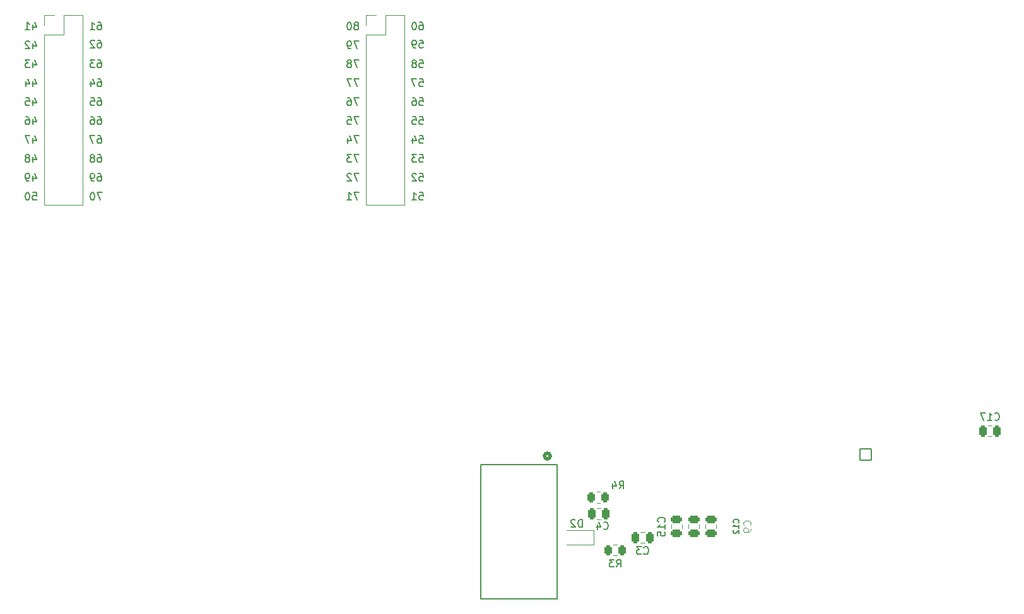
<source format=gbo>
%TF.GenerationSoftware,KiCad,Pcbnew,8.0.5*%
%TF.CreationDate,2024-10-11T09:15:34-05:00*%
%TF.ProjectId,Lab2_starter,4c616232-5f73-4746-9172-7465722e6b69,1*%
%TF.SameCoordinates,Original*%
%TF.FileFunction,Legend,Bot*%
%TF.FilePolarity,Positive*%
%FSLAX46Y46*%
G04 Gerber Fmt 4.6, Leading zero omitted, Abs format (unit mm)*
G04 Created by KiCad (PCBNEW 8.0.5) date 2024-10-11 09:15:34*
%MOMM*%
%LPD*%
G01*
G04 APERTURE LIST*
G04 Aperture macros list*
%AMRoundRect*
0 Rectangle with rounded corners*
0 $1 Rounding radius*
0 $2 $3 $4 $5 $6 $7 $8 $9 X,Y pos of 4 corners*
0 Add a 4 corners polygon primitive as box body*
4,1,4,$2,$3,$4,$5,$6,$7,$8,$9,$2,$3,0*
0 Add four circle primitives for the rounded corners*
1,1,$1+$1,$2,$3*
1,1,$1+$1,$4,$5*
1,1,$1+$1,$6,$7*
1,1,$1+$1,$8,$9*
0 Add four rect primitives between the rounded corners*
20,1,$1+$1,$2,$3,$4,$5,0*
20,1,$1+$1,$4,$5,$6,$7,0*
20,1,$1+$1,$6,$7,$8,$9,0*
20,1,$1+$1,$8,$9,$2,$3,0*%
G04 Aperture macros list end*
%ADD10C,0.150000*%
%ADD11C,0.125000*%
%ADD12C,0.120000*%
%ADD13C,0.152400*%
%ADD14C,0.508000*%
%ADD15C,2.000000*%
%ADD16C,2.300000*%
%ADD17C,1.200000*%
%ADD18C,3.600000*%
%ADD19C,2.800000*%
%ADD20C,2.600000*%
%ADD21O,2.600000X4.200000*%
%ADD22R,1.625600X1.625600*%
%ADD23C,1.625600*%
%ADD24C,3.200000*%
%ADD25C,2.250000*%
%ADD26R,1.828800X1.828800*%
%ADD27C,1.828800*%
%ADD28R,1.905000X2.000000*%
%ADD29O,1.905000X2.000000*%
%ADD30R,2.250000X2.250000*%
%ADD31RoundRect,0.102000X-0.754000X-0.754000X0.754000X-0.754000X0.754000X0.754000X-0.754000X0.754000X0*%
%ADD32C,1.712000*%
%ADD33R,1.700000X1.700000*%
%ADD34O,1.700000X1.700000*%
%ADD35C,1.371600*%
%ADD36R,1.371600X1.371600*%
%ADD37R,1.300000X1.300000*%
%ADD38C,1.300000*%
%ADD39RoundRect,0.250000X0.475000X-0.250000X0.475000X0.250000X-0.475000X0.250000X-0.475000X-0.250000X0*%
%ADD40C,1.507998*%
%ADD41RoundRect,0.250000X-0.262500X-0.450000X0.262500X-0.450000X0.262500X0.450000X-0.262500X0.450000X0*%
%ADD42R,1.200000X1.200000*%
%ADD43RoundRect,0.250000X-0.250000X-0.475000X0.250000X-0.475000X0.250000X0.475000X-0.250000X0.475000X0*%
%ADD44RoundRect,0.250000X0.250000X0.475000X-0.250000X0.475000X-0.250000X-0.475000X0.250000X-0.475000X0*%
G04 APERTURE END LIST*
D10*
X75481160Y-54081819D02*
X75957350Y-54081819D01*
X75957350Y-54081819D02*
X76004969Y-54558009D01*
X76004969Y-54558009D02*
X75957350Y-54510390D01*
X75957350Y-54510390D02*
X75862112Y-54462771D01*
X75862112Y-54462771D02*
X75624017Y-54462771D01*
X75624017Y-54462771D02*
X75528779Y-54510390D01*
X75528779Y-54510390D02*
X75481160Y-54558009D01*
X75481160Y-54558009D02*
X75433541Y-54653247D01*
X75433541Y-54653247D02*
X75433541Y-54891342D01*
X75433541Y-54891342D02*
X75481160Y-54986580D01*
X75481160Y-54986580D02*
X75528779Y-55034200D01*
X75528779Y-55034200D02*
X75624017Y-55081819D01*
X75624017Y-55081819D02*
X75862112Y-55081819D01*
X75862112Y-55081819D02*
X75957350Y-55034200D01*
X75957350Y-55034200D02*
X76004969Y-54986580D01*
X74862112Y-54510390D02*
X74957350Y-54462771D01*
X74957350Y-54462771D02*
X75004969Y-54415152D01*
X75004969Y-54415152D02*
X75052588Y-54319914D01*
X75052588Y-54319914D02*
X75052588Y-54272295D01*
X75052588Y-54272295D02*
X75004969Y-54177057D01*
X75004969Y-54177057D02*
X74957350Y-54129438D01*
X74957350Y-54129438D02*
X74862112Y-54081819D01*
X74862112Y-54081819D02*
X74671636Y-54081819D01*
X74671636Y-54081819D02*
X74576398Y-54129438D01*
X74576398Y-54129438D02*
X74528779Y-54177057D01*
X74528779Y-54177057D02*
X74481160Y-54272295D01*
X74481160Y-54272295D02*
X74481160Y-54319914D01*
X74481160Y-54319914D02*
X74528779Y-54415152D01*
X74528779Y-54415152D02*
X74576398Y-54462771D01*
X74576398Y-54462771D02*
X74671636Y-54510390D01*
X74671636Y-54510390D02*
X74862112Y-54510390D01*
X74862112Y-54510390D02*
X74957350Y-54558009D01*
X74957350Y-54558009D02*
X75004969Y-54605628D01*
X75004969Y-54605628D02*
X75052588Y-54700866D01*
X75052588Y-54700866D02*
X75052588Y-54891342D01*
X75052588Y-54891342D02*
X75004969Y-54986580D01*
X75004969Y-54986580D02*
X74957350Y-55034200D01*
X74957350Y-55034200D02*
X74862112Y-55081819D01*
X74862112Y-55081819D02*
X74671636Y-55081819D01*
X74671636Y-55081819D02*
X74576398Y-55034200D01*
X74576398Y-55034200D02*
X74528779Y-54986580D01*
X74528779Y-54986580D02*
X74481160Y-54891342D01*
X74481160Y-54891342D02*
X74481160Y-54700866D01*
X74481160Y-54700866D02*
X74528779Y-54605628D01*
X74528779Y-54605628D02*
X74576398Y-54558009D01*
X74576398Y-54558009D02*
X74671636Y-54510390D01*
X32348779Y-59161819D02*
X32539255Y-59161819D01*
X32539255Y-59161819D02*
X32634493Y-59209438D01*
X32634493Y-59209438D02*
X32682112Y-59257057D01*
X32682112Y-59257057D02*
X32777350Y-59399914D01*
X32777350Y-59399914D02*
X32824969Y-59590390D01*
X32824969Y-59590390D02*
X32824969Y-59971342D01*
X32824969Y-59971342D02*
X32777350Y-60066580D01*
X32777350Y-60066580D02*
X32729731Y-60114200D01*
X32729731Y-60114200D02*
X32634493Y-60161819D01*
X32634493Y-60161819D02*
X32444017Y-60161819D01*
X32444017Y-60161819D02*
X32348779Y-60114200D01*
X32348779Y-60114200D02*
X32301160Y-60066580D01*
X32301160Y-60066580D02*
X32253541Y-59971342D01*
X32253541Y-59971342D02*
X32253541Y-59733247D01*
X32253541Y-59733247D02*
X32301160Y-59638009D01*
X32301160Y-59638009D02*
X32348779Y-59590390D01*
X32348779Y-59590390D02*
X32444017Y-59542771D01*
X32444017Y-59542771D02*
X32634493Y-59542771D01*
X32634493Y-59542771D02*
X32729731Y-59590390D01*
X32729731Y-59590390D02*
X32777350Y-59638009D01*
X32777350Y-59638009D02*
X32824969Y-59733247D01*
X31348779Y-59161819D02*
X31824969Y-59161819D01*
X31824969Y-59161819D02*
X31872588Y-59638009D01*
X31872588Y-59638009D02*
X31824969Y-59590390D01*
X31824969Y-59590390D02*
X31729731Y-59542771D01*
X31729731Y-59542771D02*
X31491636Y-59542771D01*
X31491636Y-59542771D02*
X31396398Y-59590390D01*
X31396398Y-59590390D02*
X31348779Y-59638009D01*
X31348779Y-59638009D02*
X31301160Y-59733247D01*
X31301160Y-59733247D02*
X31301160Y-59971342D01*
X31301160Y-59971342D02*
X31348779Y-60066580D01*
X31348779Y-60066580D02*
X31396398Y-60114200D01*
X31396398Y-60114200D02*
X31491636Y-60161819D01*
X31491636Y-60161819D02*
X31729731Y-60161819D01*
X31729731Y-60161819D02*
X31824969Y-60114200D01*
X31824969Y-60114200D02*
X31872588Y-60066580D01*
X75481160Y-69321819D02*
X75957350Y-69321819D01*
X75957350Y-69321819D02*
X76004969Y-69798009D01*
X76004969Y-69798009D02*
X75957350Y-69750390D01*
X75957350Y-69750390D02*
X75862112Y-69702771D01*
X75862112Y-69702771D02*
X75624017Y-69702771D01*
X75624017Y-69702771D02*
X75528779Y-69750390D01*
X75528779Y-69750390D02*
X75481160Y-69798009D01*
X75481160Y-69798009D02*
X75433541Y-69893247D01*
X75433541Y-69893247D02*
X75433541Y-70131342D01*
X75433541Y-70131342D02*
X75481160Y-70226580D01*
X75481160Y-70226580D02*
X75528779Y-70274200D01*
X75528779Y-70274200D02*
X75624017Y-70321819D01*
X75624017Y-70321819D02*
X75862112Y-70321819D01*
X75862112Y-70321819D02*
X75957350Y-70274200D01*
X75957350Y-70274200D02*
X76004969Y-70226580D01*
X75052588Y-69417057D02*
X75004969Y-69369438D01*
X75004969Y-69369438D02*
X74909731Y-69321819D01*
X74909731Y-69321819D02*
X74671636Y-69321819D01*
X74671636Y-69321819D02*
X74576398Y-69369438D01*
X74576398Y-69369438D02*
X74528779Y-69417057D01*
X74528779Y-69417057D02*
X74481160Y-69512295D01*
X74481160Y-69512295D02*
X74481160Y-69607533D01*
X74481160Y-69607533D02*
X74528779Y-69750390D01*
X74528779Y-69750390D02*
X75100207Y-70321819D01*
X75100207Y-70321819D02*
X74481160Y-70321819D01*
X67346458Y-61701819D02*
X66679792Y-61701819D01*
X66679792Y-61701819D02*
X67108363Y-62701819D01*
X65822649Y-61701819D02*
X66298839Y-61701819D01*
X66298839Y-61701819D02*
X66346458Y-62178009D01*
X66346458Y-62178009D02*
X66298839Y-62130390D01*
X66298839Y-62130390D02*
X66203601Y-62082771D01*
X66203601Y-62082771D02*
X65965506Y-62082771D01*
X65965506Y-62082771D02*
X65870268Y-62130390D01*
X65870268Y-62130390D02*
X65822649Y-62178009D01*
X65822649Y-62178009D02*
X65775030Y-62273247D01*
X65775030Y-62273247D02*
X65775030Y-62511342D01*
X65775030Y-62511342D02*
X65822649Y-62606580D01*
X65822649Y-62606580D02*
X65870268Y-62654200D01*
X65870268Y-62654200D02*
X65965506Y-62701819D01*
X65965506Y-62701819D02*
X66203601Y-62701819D01*
X66203601Y-62701819D02*
X66298839Y-62654200D01*
X66298839Y-62654200D02*
X66346458Y-62606580D01*
X32348779Y-49001819D02*
X32539255Y-49001819D01*
X32539255Y-49001819D02*
X32634493Y-49049438D01*
X32634493Y-49049438D02*
X32682112Y-49097057D01*
X32682112Y-49097057D02*
X32777350Y-49239914D01*
X32777350Y-49239914D02*
X32824969Y-49430390D01*
X32824969Y-49430390D02*
X32824969Y-49811342D01*
X32824969Y-49811342D02*
X32777350Y-49906580D01*
X32777350Y-49906580D02*
X32729731Y-49954200D01*
X32729731Y-49954200D02*
X32634493Y-50001819D01*
X32634493Y-50001819D02*
X32444017Y-50001819D01*
X32444017Y-50001819D02*
X32348779Y-49954200D01*
X32348779Y-49954200D02*
X32301160Y-49906580D01*
X32301160Y-49906580D02*
X32253541Y-49811342D01*
X32253541Y-49811342D02*
X32253541Y-49573247D01*
X32253541Y-49573247D02*
X32301160Y-49478009D01*
X32301160Y-49478009D02*
X32348779Y-49430390D01*
X32348779Y-49430390D02*
X32444017Y-49382771D01*
X32444017Y-49382771D02*
X32634493Y-49382771D01*
X32634493Y-49382771D02*
X32729731Y-49430390D01*
X32729731Y-49430390D02*
X32777350Y-49478009D01*
X32777350Y-49478009D02*
X32824969Y-49573247D01*
X31301160Y-50001819D02*
X31872588Y-50001819D01*
X31586874Y-50001819D02*
X31586874Y-49001819D01*
X31586874Y-49001819D02*
X31682112Y-49144676D01*
X31682112Y-49144676D02*
X31777350Y-49239914D01*
X31777350Y-49239914D02*
X31872588Y-49287533D01*
X23642649Y-59495152D02*
X23642649Y-60161819D01*
X23880744Y-59114200D02*
X24118839Y-59828485D01*
X24118839Y-59828485D02*
X23499792Y-59828485D01*
X22642649Y-59161819D02*
X23118839Y-59161819D01*
X23118839Y-59161819D02*
X23166458Y-59638009D01*
X23166458Y-59638009D02*
X23118839Y-59590390D01*
X23118839Y-59590390D02*
X23023601Y-59542771D01*
X23023601Y-59542771D02*
X22785506Y-59542771D01*
X22785506Y-59542771D02*
X22690268Y-59590390D01*
X22690268Y-59590390D02*
X22642649Y-59638009D01*
X22642649Y-59638009D02*
X22595030Y-59733247D01*
X22595030Y-59733247D02*
X22595030Y-59971342D01*
X22595030Y-59971342D02*
X22642649Y-60066580D01*
X22642649Y-60066580D02*
X22690268Y-60114200D01*
X22690268Y-60114200D02*
X22785506Y-60161819D01*
X22785506Y-60161819D02*
X23023601Y-60161819D01*
X23023601Y-60161819D02*
X23118839Y-60114200D01*
X23118839Y-60114200D02*
X23166458Y-60066580D01*
X75528779Y-49001819D02*
X75719255Y-49001819D01*
X75719255Y-49001819D02*
X75814493Y-49049438D01*
X75814493Y-49049438D02*
X75862112Y-49097057D01*
X75862112Y-49097057D02*
X75957350Y-49239914D01*
X75957350Y-49239914D02*
X76004969Y-49430390D01*
X76004969Y-49430390D02*
X76004969Y-49811342D01*
X76004969Y-49811342D02*
X75957350Y-49906580D01*
X75957350Y-49906580D02*
X75909731Y-49954200D01*
X75909731Y-49954200D02*
X75814493Y-50001819D01*
X75814493Y-50001819D02*
X75624017Y-50001819D01*
X75624017Y-50001819D02*
X75528779Y-49954200D01*
X75528779Y-49954200D02*
X75481160Y-49906580D01*
X75481160Y-49906580D02*
X75433541Y-49811342D01*
X75433541Y-49811342D02*
X75433541Y-49573247D01*
X75433541Y-49573247D02*
X75481160Y-49478009D01*
X75481160Y-49478009D02*
X75528779Y-49430390D01*
X75528779Y-49430390D02*
X75624017Y-49382771D01*
X75624017Y-49382771D02*
X75814493Y-49382771D01*
X75814493Y-49382771D02*
X75909731Y-49430390D01*
X75909731Y-49430390D02*
X75957350Y-49478009D01*
X75957350Y-49478009D02*
X76004969Y-49573247D01*
X74814493Y-49001819D02*
X74719255Y-49001819D01*
X74719255Y-49001819D02*
X74624017Y-49049438D01*
X74624017Y-49049438D02*
X74576398Y-49097057D01*
X74576398Y-49097057D02*
X74528779Y-49192295D01*
X74528779Y-49192295D02*
X74481160Y-49382771D01*
X74481160Y-49382771D02*
X74481160Y-49620866D01*
X74481160Y-49620866D02*
X74528779Y-49811342D01*
X74528779Y-49811342D02*
X74576398Y-49906580D01*
X74576398Y-49906580D02*
X74624017Y-49954200D01*
X74624017Y-49954200D02*
X74719255Y-50001819D01*
X74719255Y-50001819D02*
X74814493Y-50001819D01*
X74814493Y-50001819D02*
X74909731Y-49954200D01*
X74909731Y-49954200D02*
X74957350Y-49906580D01*
X74957350Y-49906580D02*
X75004969Y-49811342D01*
X75004969Y-49811342D02*
X75052588Y-49620866D01*
X75052588Y-49620866D02*
X75052588Y-49382771D01*
X75052588Y-49382771D02*
X75004969Y-49192295D01*
X75004969Y-49192295D02*
X74957350Y-49097057D01*
X74957350Y-49097057D02*
X74909731Y-49049438D01*
X74909731Y-49049438D02*
X74814493Y-49001819D01*
X75481160Y-71861819D02*
X75957350Y-71861819D01*
X75957350Y-71861819D02*
X76004969Y-72338009D01*
X76004969Y-72338009D02*
X75957350Y-72290390D01*
X75957350Y-72290390D02*
X75862112Y-72242771D01*
X75862112Y-72242771D02*
X75624017Y-72242771D01*
X75624017Y-72242771D02*
X75528779Y-72290390D01*
X75528779Y-72290390D02*
X75481160Y-72338009D01*
X75481160Y-72338009D02*
X75433541Y-72433247D01*
X75433541Y-72433247D02*
X75433541Y-72671342D01*
X75433541Y-72671342D02*
X75481160Y-72766580D01*
X75481160Y-72766580D02*
X75528779Y-72814200D01*
X75528779Y-72814200D02*
X75624017Y-72861819D01*
X75624017Y-72861819D02*
X75862112Y-72861819D01*
X75862112Y-72861819D02*
X75957350Y-72814200D01*
X75957350Y-72814200D02*
X76004969Y-72766580D01*
X74481160Y-72861819D02*
X75052588Y-72861819D01*
X74766874Y-72861819D02*
X74766874Y-71861819D01*
X74766874Y-71861819D02*
X74862112Y-72004676D01*
X74862112Y-72004676D02*
X74957350Y-72099914D01*
X74957350Y-72099914D02*
X75052588Y-72147533D01*
X23595030Y-71861819D02*
X24071220Y-71861819D01*
X24071220Y-71861819D02*
X24118839Y-72338009D01*
X24118839Y-72338009D02*
X24071220Y-72290390D01*
X24071220Y-72290390D02*
X23975982Y-72242771D01*
X23975982Y-72242771D02*
X23737887Y-72242771D01*
X23737887Y-72242771D02*
X23642649Y-72290390D01*
X23642649Y-72290390D02*
X23595030Y-72338009D01*
X23595030Y-72338009D02*
X23547411Y-72433247D01*
X23547411Y-72433247D02*
X23547411Y-72671342D01*
X23547411Y-72671342D02*
X23595030Y-72766580D01*
X23595030Y-72766580D02*
X23642649Y-72814200D01*
X23642649Y-72814200D02*
X23737887Y-72861819D01*
X23737887Y-72861819D02*
X23975982Y-72861819D01*
X23975982Y-72861819D02*
X24071220Y-72814200D01*
X24071220Y-72814200D02*
X24118839Y-72766580D01*
X22928363Y-71861819D02*
X22833125Y-71861819D01*
X22833125Y-71861819D02*
X22737887Y-71909438D01*
X22737887Y-71909438D02*
X22690268Y-71957057D01*
X22690268Y-71957057D02*
X22642649Y-72052295D01*
X22642649Y-72052295D02*
X22595030Y-72242771D01*
X22595030Y-72242771D02*
X22595030Y-72480866D01*
X22595030Y-72480866D02*
X22642649Y-72671342D01*
X22642649Y-72671342D02*
X22690268Y-72766580D01*
X22690268Y-72766580D02*
X22737887Y-72814200D01*
X22737887Y-72814200D02*
X22833125Y-72861819D01*
X22833125Y-72861819D02*
X22928363Y-72861819D01*
X22928363Y-72861819D02*
X23023601Y-72814200D01*
X23023601Y-72814200D02*
X23071220Y-72766580D01*
X23071220Y-72766580D02*
X23118839Y-72671342D01*
X23118839Y-72671342D02*
X23166458Y-72480866D01*
X23166458Y-72480866D02*
X23166458Y-72242771D01*
X23166458Y-72242771D02*
X23118839Y-72052295D01*
X23118839Y-72052295D02*
X23071220Y-71957057D01*
X23071220Y-71957057D02*
X23023601Y-71909438D01*
X23023601Y-71909438D02*
X22928363Y-71861819D01*
X23642649Y-56955152D02*
X23642649Y-57621819D01*
X23880744Y-56574200D02*
X24118839Y-57288485D01*
X24118839Y-57288485D02*
X23499792Y-57288485D01*
X22690268Y-56955152D02*
X22690268Y-57621819D01*
X22928363Y-56574200D02*
X23166458Y-57288485D01*
X23166458Y-57288485D02*
X22547411Y-57288485D01*
X75481160Y-66781819D02*
X75957350Y-66781819D01*
X75957350Y-66781819D02*
X76004969Y-67258009D01*
X76004969Y-67258009D02*
X75957350Y-67210390D01*
X75957350Y-67210390D02*
X75862112Y-67162771D01*
X75862112Y-67162771D02*
X75624017Y-67162771D01*
X75624017Y-67162771D02*
X75528779Y-67210390D01*
X75528779Y-67210390D02*
X75481160Y-67258009D01*
X75481160Y-67258009D02*
X75433541Y-67353247D01*
X75433541Y-67353247D02*
X75433541Y-67591342D01*
X75433541Y-67591342D02*
X75481160Y-67686580D01*
X75481160Y-67686580D02*
X75528779Y-67734200D01*
X75528779Y-67734200D02*
X75624017Y-67781819D01*
X75624017Y-67781819D02*
X75862112Y-67781819D01*
X75862112Y-67781819D02*
X75957350Y-67734200D01*
X75957350Y-67734200D02*
X76004969Y-67686580D01*
X75100207Y-66781819D02*
X74481160Y-66781819D01*
X74481160Y-66781819D02*
X74814493Y-67162771D01*
X74814493Y-67162771D02*
X74671636Y-67162771D01*
X74671636Y-67162771D02*
X74576398Y-67210390D01*
X74576398Y-67210390D02*
X74528779Y-67258009D01*
X74528779Y-67258009D02*
X74481160Y-67353247D01*
X74481160Y-67353247D02*
X74481160Y-67591342D01*
X74481160Y-67591342D02*
X74528779Y-67686580D01*
X74528779Y-67686580D02*
X74576398Y-67734200D01*
X74576398Y-67734200D02*
X74671636Y-67781819D01*
X74671636Y-67781819D02*
X74957350Y-67781819D01*
X74957350Y-67781819D02*
X75052588Y-67734200D01*
X75052588Y-67734200D02*
X75100207Y-67686580D01*
X23642649Y-69655152D02*
X23642649Y-70321819D01*
X23880744Y-69274200D02*
X24118839Y-69988485D01*
X24118839Y-69988485D02*
X23499792Y-69988485D01*
X23071220Y-70321819D02*
X22880744Y-70321819D01*
X22880744Y-70321819D02*
X22785506Y-70274200D01*
X22785506Y-70274200D02*
X22737887Y-70226580D01*
X22737887Y-70226580D02*
X22642649Y-70083723D01*
X22642649Y-70083723D02*
X22595030Y-69893247D01*
X22595030Y-69893247D02*
X22595030Y-69512295D01*
X22595030Y-69512295D02*
X22642649Y-69417057D01*
X22642649Y-69417057D02*
X22690268Y-69369438D01*
X22690268Y-69369438D02*
X22785506Y-69321819D01*
X22785506Y-69321819D02*
X22975982Y-69321819D01*
X22975982Y-69321819D02*
X23071220Y-69369438D01*
X23071220Y-69369438D02*
X23118839Y-69417057D01*
X23118839Y-69417057D02*
X23166458Y-69512295D01*
X23166458Y-69512295D02*
X23166458Y-69750390D01*
X23166458Y-69750390D02*
X23118839Y-69845628D01*
X23118839Y-69845628D02*
X23071220Y-69893247D01*
X23071220Y-69893247D02*
X22975982Y-69940866D01*
X22975982Y-69940866D02*
X22785506Y-69940866D01*
X22785506Y-69940866D02*
X22690268Y-69893247D01*
X22690268Y-69893247D02*
X22642649Y-69845628D01*
X22642649Y-69845628D02*
X22595030Y-69750390D01*
X32348779Y-51419819D02*
X32539255Y-51419819D01*
X32539255Y-51419819D02*
X32634493Y-51467438D01*
X32634493Y-51467438D02*
X32682112Y-51515057D01*
X32682112Y-51515057D02*
X32777350Y-51657914D01*
X32777350Y-51657914D02*
X32824969Y-51848390D01*
X32824969Y-51848390D02*
X32824969Y-52229342D01*
X32824969Y-52229342D02*
X32777350Y-52324580D01*
X32777350Y-52324580D02*
X32729731Y-52372200D01*
X32729731Y-52372200D02*
X32634493Y-52419819D01*
X32634493Y-52419819D02*
X32444017Y-52419819D01*
X32444017Y-52419819D02*
X32348779Y-52372200D01*
X32348779Y-52372200D02*
X32301160Y-52324580D01*
X32301160Y-52324580D02*
X32253541Y-52229342D01*
X32253541Y-52229342D02*
X32253541Y-51991247D01*
X32253541Y-51991247D02*
X32301160Y-51896009D01*
X32301160Y-51896009D02*
X32348779Y-51848390D01*
X32348779Y-51848390D02*
X32444017Y-51800771D01*
X32444017Y-51800771D02*
X32634493Y-51800771D01*
X32634493Y-51800771D02*
X32729731Y-51848390D01*
X32729731Y-51848390D02*
X32777350Y-51896009D01*
X32777350Y-51896009D02*
X32824969Y-51991247D01*
X31872588Y-51515057D02*
X31824969Y-51467438D01*
X31824969Y-51467438D02*
X31729731Y-51419819D01*
X31729731Y-51419819D02*
X31491636Y-51419819D01*
X31491636Y-51419819D02*
X31396398Y-51467438D01*
X31396398Y-51467438D02*
X31348779Y-51515057D01*
X31348779Y-51515057D02*
X31301160Y-51610295D01*
X31301160Y-51610295D02*
X31301160Y-51705533D01*
X31301160Y-51705533D02*
X31348779Y-51848390D01*
X31348779Y-51848390D02*
X31920207Y-52419819D01*
X31920207Y-52419819D02*
X31301160Y-52419819D01*
X32348779Y-61701819D02*
X32539255Y-61701819D01*
X32539255Y-61701819D02*
X32634493Y-61749438D01*
X32634493Y-61749438D02*
X32682112Y-61797057D01*
X32682112Y-61797057D02*
X32777350Y-61939914D01*
X32777350Y-61939914D02*
X32824969Y-62130390D01*
X32824969Y-62130390D02*
X32824969Y-62511342D01*
X32824969Y-62511342D02*
X32777350Y-62606580D01*
X32777350Y-62606580D02*
X32729731Y-62654200D01*
X32729731Y-62654200D02*
X32634493Y-62701819D01*
X32634493Y-62701819D02*
X32444017Y-62701819D01*
X32444017Y-62701819D02*
X32348779Y-62654200D01*
X32348779Y-62654200D02*
X32301160Y-62606580D01*
X32301160Y-62606580D02*
X32253541Y-62511342D01*
X32253541Y-62511342D02*
X32253541Y-62273247D01*
X32253541Y-62273247D02*
X32301160Y-62178009D01*
X32301160Y-62178009D02*
X32348779Y-62130390D01*
X32348779Y-62130390D02*
X32444017Y-62082771D01*
X32444017Y-62082771D02*
X32634493Y-62082771D01*
X32634493Y-62082771D02*
X32729731Y-62130390D01*
X32729731Y-62130390D02*
X32777350Y-62178009D01*
X32777350Y-62178009D02*
X32824969Y-62273247D01*
X31396398Y-61701819D02*
X31586874Y-61701819D01*
X31586874Y-61701819D02*
X31682112Y-61749438D01*
X31682112Y-61749438D02*
X31729731Y-61797057D01*
X31729731Y-61797057D02*
X31824969Y-61939914D01*
X31824969Y-61939914D02*
X31872588Y-62130390D01*
X31872588Y-62130390D02*
X31872588Y-62511342D01*
X31872588Y-62511342D02*
X31824969Y-62606580D01*
X31824969Y-62606580D02*
X31777350Y-62654200D01*
X31777350Y-62654200D02*
X31682112Y-62701819D01*
X31682112Y-62701819D02*
X31491636Y-62701819D01*
X31491636Y-62701819D02*
X31396398Y-62654200D01*
X31396398Y-62654200D02*
X31348779Y-62606580D01*
X31348779Y-62606580D02*
X31301160Y-62511342D01*
X31301160Y-62511342D02*
X31301160Y-62273247D01*
X31301160Y-62273247D02*
X31348779Y-62178009D01*
X31348779Y-62178009D02*
X31396398Y-62130390D01*
X31396398Y-62130390D02*
X31491636Y-62082771D01*
X31491636Y-62082771D02*
X31682112Y-62082771D01*
X31682112Y-62082771D02*
X31777350Y-62130390D01*
X31777350Y-62130390D02*
X31824969Y-62178009D01*
X31824969Y-62178009D02*
X31872588Y-62273247D01*
X75481160Y-64241819D02*
X75957350Y-64241819D01*
X75957350Y-64241819D02*
X76004969Y-64718009D01*
X76004969Y-64718009D02*
X75957350Y-64670390D01*
X75957350Y-64670390D02*
X75862112Y-64622771D01*
X75862112Y-64622771D02*
X75624017Y-64622771D01*
X75624017Y-64622771D02*
X75528779Y-64670390D01*
X75528779Y-64670390D02*
X75481160Y-64718009D01*
X75481160Y-64718009D02*
X75433541Y-64813247D01*
X75433541Y-64813247D02*
X75433541Y-65051342D01*
X75433541Y-65051342D02*
X75481160Y-65146580D01*
X75481160Y-65146580D02*
X75528779Y-65194200D01*
X75528779Y-65194200D02*
X75624017Y-65241819D01*
X75624017Y-65241819D02*
X75862112Y-65241819D01*
X75862112Y-65241819D02*
X75957350Y-65194200D01*
X75957350Y-65194200D02*
X76004969Y-65146580D01*
X74576398Y-64575152D02*
X74576398Y-65241819D01*
X74814493Y-64194200D02*
X75052588Y-64908485D01*
X75052588Y-64908485D02*
X74433541Y-64908485D01*
X75481160Y-56621819D02*
X75957350Y-56621819D01*
X75957350Y-56621819D02*
X76004969Y-57098009D01*
X76004969Y-57098009D02*
X75957350Y-57050390D01*
X75957350Y-57050390D02*
X75862112Y-57002771D01*
X75862112Y-57002771D02*
X75624017Y-57002771D01*
X75624017Y-57002771D02*
X75528779Y-57050390D01*
X75528779Y-57050390D02*
X75481160Y-57098009D01*
X75481160Y-57098009D02*
X75433541Y-57193247D01*
X75433541Y-57193247D02*
X75433541Y-57431342D01*
X75433541Y-57431342D02*
X75481160Y-57526580D01*
X75481160Y-57526580D02*
X75528779Y-57574200D01*
X75528779Y-57574200D02*
X75624017Y-57621819D01*
X75624017Y-57621819D02*
X75862112Y-57621819D01*
X75862112Y-57621819D02*
X75957350Y-57574200D01*
X75957350Y-57574200D02*
X76004969Y-57526580D01*
X75100207Y-56621819D02*
X74433541Y-56621819D01*
X74433541Y-56621819D02*
X74862112Y-57621819D01*
X67346458Y-51541819D02*
X66679792Y-51541819D01*
X66679792Y-51541819D02*
X67108363Y-52541819D01*
X66251220Y-52541819D02*
X66060744Y-52541819D01*
X66060744Y-52541819D02*
X65965506Y-52494200D01*
X65965506Y-52494200D02*
X65917887Y-52446580D01*
X65917887Y-52446580D02*
X65822649Y-52303723D01*
X65822649Y-52303723D02*
X65775030Y-52113247D01*
X65775030Y-52113247D02*
X65775030Y-51732295D01*
X65775030Y-51732295D02*
X65822649Y-51637057D01*
X65822649Y-51637057D02*
X65870268Y-51589438D01*
X65870268Y-51589438D02*
X65965506Y-51541819D01*
X65965506Y-51541819D02*
X66155982Y-51541819D01*
X66155982Y-51541819D02*
X66251220Y-51589438D01*
X66251220Y-51589438D02*
X66298839Y-51637057D01*
X66298839Y-51637057D02*
X66346458Y-51732295D01*
X66346458Y-51732295D02*
X66346458Y-51970390D01*
X66346458Y-51970390D02*
X66298839Y-52065628D01*
X66298839Y-52065628D02*
X66251220Y-52113247D01*
X66251220Y-52113247D02*
X66155982Y-52160866D01*
X66155982Y-52160866D02*
X65965506Y-52160866D01*
X65965506Y-52160866D02*
X65870268Y-52113247D01*
X65870268Y-52113247D02*
X65822649Y-52065628D01*
X65822649Y-52065628D02*
X65775030Y-51970390D01*
X67346458Y-71861819D02*
X66679792Y-71861819D01*
X66679792Y-71861819D02*
X67108363Y-72861819D01*
X65775030Y-72861819D02*
X66346458Y-72861819D01*
X66060744Y-72861819D02*
X66060744Y-71861819D01*
X66060744Y-71861819D02*
X66155982Y-72004676D01*
X66155982Y-72004676D02*
X66251220Y-72099914D01*
X66251220Y-72099914D02*
X66346458Y-72147533D01*
X75481160Y-59161819D02*
X75957350Y-59161819D01*
X75957350Y-59161819D02*
X76004969Y-59638009D01*
X76004969Y-59638009D02*
X75957350Y-59590390D01*
X75957350Y-59590390D02*
X75862112Y-59542771D01*
X75862112Y-59542771D02*
X75624017Y-59542771D01*
X75624017Y-59542771D02*
X75528779Y-59590390D01*
X75528779Y-59590390D02*
X75481160Y-59638009D01*
X75481160Y-59638009D02*
X75433541Y-59733247D01*
X75433541Y-59733247D02*
X75433541Y-59971342D01*
X75433541Y-59971342D02*
X75481160Y-60066580D01*
X75481160Y-60066580D02*
X75528779Y-60114200D01*
X75528779Y-60114200D02*
X75624017Y-60161819D01*
X75624017Y-60161819D02*
X75862112Y-60161819D01*
X75862112Y-60161819D02*
X75957350Y-60114200D01*
X75957350Y-60114200D02*
X76004969Y-60066580D01*
X74576398Y-59161819D02*
X74766874Y-59161819D01*
X74766874Y-59161819D02*
X74862112Y-59209438D01*
X74862112Y-59209438D02*
X74909731Y-59257057D01*
X74909731Y-59257057D02*
X75004969Y-59399914D01*
X75004969Y-59399914D02*
X75052588Y-59590390D01*
X75052588Y-59590390D02*
X75052588Y-59971342D01*
X75052588Y-59971342D02*
X75004969Y-60066580D01*
X75004969Y-60066580D02*
X74957350Y-60114200D01*
X74957350Y-60114200D02*
X74862112Y-60161819D01*
X74862112Y-60161819D02*
X74671636Y-60161819D01*
X74671636Y-60161819D02*
X74576398Y-60114200D01*
X74576398Y-60114200D02*
X74528779Y-60066580D01*
X74528779Y-60066580D02*
X74481160Y-59971342D01*
X74481160Y-59971342D02*
X74481160Y-59733247D01*
X74481160Y-59733247D02*
X74528779Y-59638009D01*
X74528779Y-59638009D02*
X74576398Y-59590390D01*
X74576398Y-59590390D02*
X74671636Y-59542771D01*
X74671636Y-59542771D02*
X74862112Y-59542771D01*
X74862112Y-59542771D02*
X74957350Y-59590390D01*
X74957350Y-59590390D02*
X75004969Y-59638009D01*
X75004969Y-59638009D02*
X75052588Y-59733247D01*
X67346458Y-64241819D02*
X66679792Y-64241819D01*
X66679792Y-64241819D02*
X67108363Y-65241819D01*
X65870268Y-64575152D02*
X65870268Y-65241819D01*
X66108363Y-64194200D02*
X66346458Y-64908485D01*
X66346458Y-64908485D02*
X65727411Y-64908485D01*
X32348779Y-66781819D02*
X32539255Y-66781819D01*
X32539255Y-66781819D02*
X32634493Y-66829438D01*
X32634493Y-66829438D02*
X32682112Y-66877057D01*
X32682112Y-66877057D02*
X32777350Y-67019914D01*
X32777350Y-67019914D02*
X32824969Y-67210390D01*
X32824969Y-67210390D02*
X32824969Y-67591342D01*
X32824969Y-67591342D02*
X32777350Y-67686580D01*
X32777350Y-67686580D02*
X32729731Y-67734200D01*
X32729731Y-67734200D02*
X32634493Y-67781819D01*
X32634493Y-67781819D02*
X32444017Y-67781819D01*
X32444017Y-67781819D02*
X32348779Y-67734200D01*
X32348779Y-67734200D02*
X32301160Y-67686580D01*
X32301160Y-67686580D02*
X32253541Y-67591342D01*
X32253541Y-67591342D02*
X32253541Y-67353247D01*
X32253541Y-67353247D02*
X32301160Y-67258009D01*
X32301160Y-67258009D02*
X32348779Y-67210390D01*
X32348779Y-67210390D02*
X32444017Y-67162771D01*
X32444017Y-67162771D02*
X32634493Y-67162771D01*
X32634493Y-67162771D02*
X32729731Y-67210390D01*
X32729731Y-67210390D02*
X32777350Y-67258009D01*
X32777350Y-67258009D02*
X32824969Y-67353247D01*
X31682112Y-67210390D02*
X31777350Y-67162771D01*
X31777350Y-67162771D02*
X31824969Y-67115152D01*
X31824969Y-67115152D02*
X31872588Y-67019914D01*
X31872588Y-67019914D02*
X31872588Y-66972295D01*
X31872588Y-66972295D02*
X31824969Y-66877057D01*
X31824969Y-66877057D02*
X31777350Y-66829438D01*
X31777350Y-66829438D02*
X31682112Y-66781819D01*
X31682112Y-66781819D02*
X31491636Y-66781819D01*
X31491636Y-66781819D02*
X31396398Y-66829438D01*
X31396398Y-66829438D02*
X31348779Y-66877057D01*
X31348779Y-66877057D02*
X31301160Y-66972295D01*
X31301160Y-66972295D02*
X31301160Y-67019914D01*
X31301160Y-67019914D02*
X31348779Y-67115152D01*
X31348779Y-67115152D02*
X31396398Y-67162771D01*
X31396398Y-67162771D02*
X31491636Y-67210390D01*
X31491636Y-67210390D02*
X31682112Y-67210390D01*
X31682112Y-67210390D02*
X31777350Y-67258009D01*
X31777350Y-67258009D02*
X31824969Y-67305628D01*
X31824969Y-67305628D02*
X31872588Y-67400866D01*
X31872588Y-67400866D02*
X31872588Y-67591342D01*
X31872588Y-67591342D02*
X31824969Y-67686580D01*
X31824969Y-67686580D02*
X31777350Y-67734200D01*
X31777350Y-67734200D02*
X31682112Y-67781819D01*
X31682112Y-67781819D02*
X31491636Y-67781819D01*
X31491636Y-67781819D02*
X31396398Y-67734200D01*
X31396398Y-67734200D02*
X31348779Y-67686580D01*
X31348779Y-67686580D02*
X31301160Y-67591342D01*
X31301160Y-67591342D02*
X31301160Y-67400866D01*
X31301160Y-67400866D02*
X31348779Y-67305628D01*
X31348779Y-67305628D02*
X31396398Y-67258009D01*
X31396398Y-67258009D02*
X31491636Y-67210390D01*
X23642649Y-62035152D02*
X23642649Y-62701819D01*
X23880744Y-61654200D02*
X24118839Y-62368485D01*
X24118839Y-62368485D02*
X23499792Y-62368485D01*
X22690268Y-61701819D02*
X22880744Y-61701819D01*
X22880744Y-61701819D02*
X22975982Y-61749438D01*
X22975982Y-61749438D02*
X23023601Y-61797057D01*
X23023601Y-61797057D02*
X23118839Y-61939914D01*
X23118839Y-61939914D02*
X23166458Y-62130390D01*
X23166458Y-62130390D02*
X23166458Y-62511342D01*
X23166458Y-62511342D02*
X23118839Y-62606580D01*
X23118839Y-62606580D02*
X23071220Y-62654200D01*
X23071220Y-62654200D02*
X22975982Y-62701819D01*
X22975982Y-62701819D02*
X22785506Y-62701819D01*
X22785506Y-62701819D02*
X22690268Y-62654200D01*
X22690268Y-62654200D02*
X22642649Y-62606580D01*
X22642649Y-62606580D02*
X22595030Y-62511342D01*
X22595030Y-62511342D02*
X22595030Y-62273247D01*
X22595030Y-62273247D02*
X22642649Y-62178009D01*
X22642649Y-62178009D02*
X22690268Y-62130390D01*
X22690268Y-62130390D02*
X22785506Y-62082771D01*
X22785506Y-62082771D02*
X22975982Y-62082771D01*
X22975982Y-62082771D02*
X23071220Y-62130390D01*
X23071220Y-62130390D02*
X23118839Y-62178009D01*
X23118839Y-62178009D02*
X23166458Y-62273247D01*
X23642649Y-64575152D02*
X23642649Y-65241819D01*
X23880744Y-64194200D02*
X24118839Y-64908485D01*
X24118839Y-64908485D02*
X23499792Y-64908485D01*
X23214077Y-64241819D02*
X22547411Y-64241819D01*
X22547411Y-64241819D02*
X22975982Y-65241819D01*
X32348779Y-54081819D02*
X32539255Y-54081819D01*
X32539255Y-54081819D02*
X32634493Y-54129438D01*
X32634493Y-54129438D02*
X32682112Y-54177057D01*
X32682112Y-54177057D02*
X32777350Y-54319914D01*
X32777350Y-54319914D02*
X32824969Y-54510390D01*
X32824969Y-54510390D02*
X32824969Y-54891342D01*
X32824969Y-54891342D02*
X32777350Y-54986580D01*
X32777350Y-54986580D02*
X32729731Y-55034200D01*
X32729731Y-55034200D02*
X32634493Y-55081819D01*
X32634493Y-55081819D02*
X32444017Y-55081819D01*
X32444017Y-55081819D02*
X32348779Y-55034200D01*
X32348779Y-55034200D02*
X32301160Y-54986580D01*
X32301160Y-54986580D02*
X32253541Y-54891342D01*
X32253541Y-54891342D02*
X32253541Y-54653247D01*
X32253541Y-54653247D02*
X32301160Y-54558009D01*
X32301160Y-54558009D02*
X32348779Y-54510390D01*
X32348779Y-54510390D02*
X32444017Y-54462771D01*
X32444017Y-54462771D02*
X32634493Y-54462771D01*
X32634493Y-54462771D02*
X32729731Y-54510390D01*
X32729731Y-54510390D02*
X32777350Y-54558009D01*
X32777350Y-54558009D02*
X32824969Y-54653247D01*
X31920207Y-54081819D02*
X31301160Y-54081819D01*
X31301160Y-54081819D02*
X31634493Y-54462771D01*
X31634493Y-54462771D02*
X31491636Y-54462771D01*
X31491636Y-54462771D02*
X31396398Y-54510390D01*
X31396398Y-54510390D02*
X31348779Y-54558009D01*
X31348779Y-54558009D02*
X31301160Y-54653247D01*
X31301160Y-54653247D02*
X31301160Y-54891342D01*
X31301160Y-54891342D02*
X31348779Y-54986580D01*
X31348779Y-54986580D02*
X31396398Y-55034200D01*
X31396398Y-55034200D02*
X31491636Y-55081819D01*
X31491636Y-55081819D02*
X31777350Y-55081819D01*
X31777350Y-55081819D02*
X31872588Y-55034200D01*
X31872588Y-55034200D02*
X31920207Y-54986580D01*
X67108363Y-49430390D02*
X67203601Y-49382771D01*
X67203601Y-49382771D02*
X67251220Y-49335152D01*
X67251220Y-49335152D02*
X67298839Y-49239914D01*
X67298839Y-49239914D02*
X67298839Y-49192295D01*
X67298839Y-49192295D02*
X67251220Y-49097057D01*
X67251220Y-49097057D02*
X67203601Y-49049438D01*
X67203601Y-49049438D02*
X67108363Y-49001819D01*
X67108363Y-49001819D02*
X66917887Y-49001819D01*
X66917887Y-49001819D02*
X66822649Y-49049438D01*
X66822649Y-49049438D02*
X66775030Y-49097057D01*
X66775030Y-49097057D02*
X66727411Y-49192295D01*
X66727411Y-49192295D02*
X66727411Y-49239914D01*
X66727411Y-49239914D02*
X66775030Y-49335152D01*
X66775030Y-49335152D02*
X66822649Y-49382771D01*
X66822649Y-49382771D02*
X66917887Y-49430390D01*
X66917887Y-49430390D02*
X67108363Y-49430390D01*
X67108363Y-49430390D02*
X67203601Y-49478009D01*
X67203601Y-49478009D02*
X67251220Y-49525628D01*
X67251220Y-49525628D02*
X67298839Y-49620866D01*
X67298839Y-49620866D02*
X67298839Y-49811342D01*
X67298839Y-49811342D02*
X67251220Y-49906580D01*
X67251220Y-49906580D02*
X67203601Y-49954200D01*
X67203601Y-49954200D02*
X67108363Y-50001819D01*
X67108363Y-50001819D02*
X66917887Y-50001819D01*
X66917887Y-50001819D02*
X66822649Y-49954200D01*
X66822649Y-49954200D02*
X66775030Y-49906580D01*
X66775030Y-49906580D02*
X66727411Y-49811342D01*
X66727411Y-49811342D02*
X66727411Y-49620866D01*
X66727411Y-49620866D02*
X66775030Y-49525628D01*
X66775030Y-49525628D02*
X66822649Y-49478009D01*
X66822649Y-49478009D02*
X66917887Y-49430390D01*
X66108363Y-49001819D02*
X66013125Y-49001819D01*
X66013125Y-49001819D02*
X65917887Y-49049438D01*
X65917887Y-49049438D02*
X65870268Y-49097057D01*
X65870268Y-49097057D02*
X65822649Y-49192295D01*
X65822649Y-49192295D02*
X65775030Y-49382771D01*
X65775030Y-49382771D02*
X65775030Y-49620866D01*
X65775030Y-49620866D02*
X65822649Y-49811342D01*
X65822649Y-49811342D02*
X65870268Y-49906580D01*
X65870268Y-49906580D02*
X65917887Y-49954200D01*
X65917887Y-49954200D02*
X66013125Y-50001819D01*
X66013125Y-50001819D02*
X66108363Y-50001819D01*
X66108363Y-50001819D02*
X66203601Y-49954200D01*
X66203601Y-49954200D02*
X66251220Y-49906580D01*
X66251220Y-49906580D02*
X66298839Y-49811342D01*
X66298839Y-49811342D02*
X66346458Y-49620866D01*
X66346458Y-49620866D02*
X66346458Y-49382771D01*
X66346458Y-49382771D02*
X66298839Y-49192295D01*
X66298839Y-49192295D02*
X66251220Y-49097057D01*
X66251220Y-49097057D02*
X66203601Y-49049438D01*
X66203601Y-49049438D02*
X66108363Y-49001819D01*
X75481160Y-51419819D02*
X75957350Y-51419819D01*
X75957350Y-51419819D02*
X76004969Y-51896009D01*
X76004969Y-51896009D02*
X75957350Y-51848390D01*
X75957350Y-51848390D02*
X75862112Y-51800771D01*
X75862112Y-51800771D02*
X75624017Y-51800771D01*
X75624017Y-51800771D02*
X75528779Y-51848390D01*
X75528779Y-51848390D02*
X75481160Y-51896009D01*
X75481160Y-51896009D02*
X75433541Y-51991247D01*
X75433541Y-51991247D02*
X75433541Y-52229342D01*
X75433541Y-52229342D02*
X75481160Y-52324580D01*
X75481160Y-52324580D02*
X75528779Y-52372200D01*
X75528779Y-52372200D02*
X75624017Y-52419819D01*
X75624017Y-52419819D02*
X75862112Y-52419819D01*
X75862112Y-52419819D02*
X75957350Y-52372200D01*
X75957350Y-52372200D02*
X76004969Y-52324580D01*
X74957350Y-52419819D02*
X74766874Y-52419819D01*
X74766874Y-52419819D02*
X74671636Y-52372200D01*
X74671636Y-52372200D02*
X74624017Y-52324580D01*
X74624017Y-52324580D02*
X74528779Y-52181723D01*
X74528779Y-52181723D02*
X74481160Y-51991247D01*
X74481160Y-51991247D02*
X74481160Y-51610295D01*
X74481160Y-51610295D02*
X74528779Y-51515057D01*
X74528779Y-51515057D02*
X74576398Y-51467438D01*
X74576398Y-51467438D02*
X74671636Y-51419819D01*
X74671636Y-51419819D02*
X74862112Y-51419819D01*
X74862112Y-51419819D02*
X74957350Y-51467438D01*
X74957350Y-51467438D02*
X75004969Y-51515057D01*
X75004969Y-51515057D02*
X75052588Y-51610295D01*
X75052588Y-51610295D02*
X75052588Y-51848390D01*
X75052588Y-51848390D02*
X75004969Y-51943628D01*
X75004969Y-51943628D02*
X74957350Y-51991247D01*
X74957350Y-51991247D02*
X74862112Y-52038866D01*
X74862112Y-52038866D02*
X74671636Y-52038866D01*
X74671636Y-52038866D02*
X74576398Y-51991247D01*
X74576398Y-51991247D02*
X74528779Y-51943628D01*
X74528779Y-51943628D02*
X74481160Y-51848390D01*
X32348779Y-69321819D02*
X32539255Y-69321819D01*
X32539255Y-69321819D02*
X32634493Y-69369438D01*
X32634493Y-69369438D02*
X32682112Y-69417057D01*
X32682112Y-69417057D02*
X32777350Y-69559914D01*
X32777350Y-69559914D02*
X32824969Y-69750390D01*
X32824969Y-69750390D02*
X32824969Y-70131342D01*
X32824969Y-70131342D02*
X32777350Y-70226580D01*
X32777350Y-70226580D02*
X32729731Y-70274200D01*
X32729731Y-70274200D02*
X32634493Y-70321819D01*
X32634493Y-70321819D02*
X32444017Y-70321819D01*
X32444017Y-70321819D02*
X32348779Y-70274200D01*
X32348779Y-70274200D02*
X32301160Y-70226580D01*
X32301160Y-70226580D02*
X32253541Y-70131342D01*
X32253541Y-70131342D02*
X32253541Y-69893247D01*
X32253541Y-69893247D02*
X32301160Y-69798009D01*
X32301160Y-69798009D02*
X32348779Y-69750390D01*
X32348779Y-69750390D02*
X32444017Y-69702771D01*
X32444017Y-69702771D02*
X32634493Y-69702771D01*
X32634493Y-69702771D02*
X32729731Y-69750390D01*
X32729731Y-69750390D02*
X32777350Y-69798009D01*
X32777350Y-69798009D02*
X32824969Y-69893247D01*
X31777350Y-70321819D02*
X31586874Y-70321819D01*
X31586874Y-70321819D02*
X31491636Y-70274200D01*
X31491636Y-70274200D02*
X31444017Y-70226580D01*
X31444017Y-70226580D02*
X31348779Y-70083723D01*
X31348779Y-70083723D02*
X31301160Y-69893247D01*
X31301160Y-69893247D02*
X31301160Y-69512295D01*
X31301160Y-69512295D02*
X31348779Y-69417057D01*
X31348779Y-69417057D02*
X31396398Y-69369438D01*
X31396398Y-69369438D02*
X31491636Y-69321819D01*
X31491636Y-69321819D02*
X31682112Y-69321819D01*
X31682112Y-69321819D02*
X31777350Y-69369438D01*
X31777350Y-69369438D02*
X31824969Y-69417057D01*
X31824969Y-69417057D02*
X31872588Y-69512295D01*
X31872588Y-69512295D02*
X31872588Y-69750390D01*
X31872588Y-69750390D02*
X31824969Y-69845628D01*
X31824969Y-69845628D02*
X31777350Y-69893247D01*
X31777350Y-69893247D02*
X31682112Y-69940866D01*
X31682112Y-69940866D02*
X31491636Y-69940866D01*
X31491636Y-69940866D02*
X31396398Y-69893247D01*
X31396398Y-69893247D02*
X31348779Y-69845628D01*
X31348779Y-69845628D02*
X31301160Y-69750390D01*
X67346458Y-59161819D02*
X66679792Y-59161819D01*
X66679792Y-59161819D02*
X67108363Y-60161819D01*
X65870268Y-59161819D02*
X66060744Y-59161819D01*
X66060744Y-59161819D02*
X66155982Y-59209438D01*
X66155982Y-59209438D02*
X66203601Y-59257057D01*
X66203601Y-59257057D02*
X66298839Y-59399914D01*
X66298839Y-59399914D02*
X66346458Y-59590390D01*
X66346458Y-59590390D02*
X66346458Y-59971342D01*
X66346458Y-59971342D02*
X66298839Y-60066580D01*
X66298839Y-60066580D02*
X66251220Y-60114200D01*
X66251220Y-60114200D02*
X66155982Y-60161819D01*
X66155982Y-60161819D02*
X65965506Y-60161819D01*
X65965506Y-60161819D02*
X65870268Y-60114200D01*
X65870268Y-60114200D02*
X65822649Y-60066580D01*
X65822649Y-60066580D02*
X65775030Y-59971342D01*
X65775030Y-59971342D02*
X65775030Y-59733247D01*
X65775030Y-59733247D02*
X65822649Y-59638009D01*
X65822649Y-59638009D02*
X65870268Y-59590390D01*
X65870268Y-59590390D02*
X65965506Y-59542771D01*
X65965506Y-59542771D02*
X66155982Y-59542771D01*
X66155982Y-59542771D02*
X66251220Y-59590390D01*
X66251220Y-59590390D02*
X66298839Y-59638009D01*
X66298839Y-59638009D02*
X66346458Y-59733247D01*
X67346458Y-54081819D02*
X66679792Y-54081819D01*
X66679792Y-54081819D02*
X67108363Y-55081819D01*
X66155982Y-54510390D02*
X66251220Y-54462771D01*
X66251220Y-54462771D02*
X66298839Y-54415152D01*
X66298839Y-54415152D02*
X66346458Y-54319914D01*
X66346458Y-54319914D02*
X66346458Y-54272295D01*
X66346458Y-54272295D02*
X66298839Y-54177057D01*
X66298839Y-54177057D02*
X66251220Y-54129438D01*
X66251220Y-54129438D02*
X66155982Y-54081819D01*
X66155982Y-54081819D02*
X65965506Y-54081819D01*
X65965506Y-54081819D02*
X65870268Y-54129438D01*
X65870268Y-54129438D02*
X65822649Y-54177057D01*
X65822649Y-54177057D02*
X65775030Y-54272295D01*
X65775030Y-54272295D02*
X65775030Y-54319914D01*
X65775030Y-54319914D02*
X65822649Y-54415152D01*
X65822649Y-54415152D02*
X65870268Y-54462771D01*
X65870268Y-54462771D02*
X65965506Y-54510390D01*
X65965506Y-54510390D02*
X66155982Y-54510390D01*
X66155982Y-54510390D02*
X66251220Y-54558009D01*
X66251220Y-54558009D02*
X66298839Y-54605628D01*
X66298839Y-54605628D02*
X66346458Y-54700866D01*
X66346458Y-54700866D02*
X66346458Y-54891342D01*
X66346458Y-54891342D02*
X66298839Y-54986580D01*
X66298839Y-54986580D02*
X66251220Y-55034200D01*
X66251220Y-55034200D02*
X66155982Y-55081819D01*
X66155982Y-55081819D02*
X65965506Y-55081819D01*
X65965506Y-55081819D02*
X65870268Y-55034200D01*
X65870268Y-55034200D02*
X65822649Y-54986580D01*
X65822649Y-54986580D02*
X65775030Y-54891342D01*
X65775030Y-54891342D02*
X65775030Y-54700866D01*
X65775030Y-54700866D02*
X65822649Y-54605628D01*
X65822649Y-54605628D02*
X65870268Y-54558009D01*
X65870268Y-54558009D02*
X65965506Y-54510390D01*
X23642649Y-54415152D02*
X23642649Y-55081819D01*
X23880744Y-54034200D02*
X24118839Y-54748485D01*
X24118839Y-54748485D02*
X23499792Y-54748485D01*
X23214077Y-54081819D02*
X22595030Y-54081819D01*
X22595030Y-54081819D02*
X22928363Y-54462771D01*
X22928363Y-54462771D02*
X22785506Y-54462771D01*
X22785506Y-54462771D02*
X22690268Y-54510390D01*
X22690268Y-54510390D02*
X22642649Y-54558009D01*
X22642649Y-54558009D02*
X22595030Y-54653247D01*
X22595030Y-54653247D02*
X22595030Y-54891342D01*
X22595030Y-54891342D02*
X22642649Y-54986580D01*
X22642649Y-54986580D02*
X22690268Y-55034200D01*
X22690268Y-55034200D02*
X22785506Y-55081819D01*
X22785506Y-55081819D02*
X23071220Y-55081819D01*
X23071220Y-55081819D02*
X23166458Y-55034200D01*
X23166458Y-55034200D02*
X23214077Y-54986580D01*
X75481160Y-61701819D02*
X75957350Y-61701819D01*
X75957350Y-61701819D02*
X76004969Y-62178009D01*
X76004969Y-62178009D02*
X75957350Y-62130390D01*
X75957350Y-62130390D02*
X75862112Y-62082771D01*
X75862112Y-62082771D02*
X75624017Y-62082771D01*
X75624017Y-62082771D02*
X75528779Y-62130390D01*
X75528779Y-62130390D02*
X75481160Y-62178009D01*
X75481160Y-62178009D02*
X75433541Y-62273247D01*
X75433541Y-62273247D02*
X75433541Y-62511342D01*
X75433541Y-62511342D02*
X75481160Y-62606580D01*
X75481160Y-62606580D02*
X75528779Y-62654200D01*
X75528779Y-62654200D02*
X75624017Y-62701819D01*
X75624017Y-62701819D02*
X75862112Y-62701819D01*
X75862112Y-62701819D02*
X75957350Y-62654200D01*
X75957350Y-62654200D02*
X76004969Y-62606580D01*
X74528779Y-61701819D02*
X75004969Y-61701819D01*
X75004969Y-61701819D02*
X75052588Y-62178009D01*
X75052588Y-62178009D02*
X75004969Y-62130390D01*
X75004969Y-62130390D02*
X74909731Y-62082771D01*
X74909731Y-62082771D02*
X74671636Y-62082771D01*
X74671636Y-62082771D02*
X74576398Y-62130390D01*
X74576398Y-62130390D02*
X74528779Y-62178009D01*
X74528779Y-62178009D02*
X74481160Y-62273247D01*
X74481160Y-62273247D02*
X74481160Y-62511342D01*
X74481160Y-62511342D02*
X74528779Y-62606580D01*
X74528779Y-62606580D02*
X74576398Y-62654200D01*
X74576398Y-62654200D02*
X74671636Y-62701819D01*
X74671636Y-62701819D02*
X74909731Y-62701819D01*
X74909731Y-62701819D02*
X75004969Y-62654200D01*
X75004969Y-62654200D02*
X75052588Y-62606580D01*
X67346458Y-56621819D02*
X66679792Y-56621819D01*
X66679792Y-56621819D02*
X67108363Y-57621819D01*
X66394077Y-56621819D02*
X65727411Y-56621819D01*
X65727411Y-56621819D02*
X66155982Y-57621819D01*
X23642649Y-51875152D02*
X23642649Y-52541819D01*
X23880744Y-51494200D02*
X24118839Y-52208485D01*
X24118839Y-52208485D02*
X23499792Y-52208485D01*
X23166458Y-51637057D02*
X23118839Y-51589438D01*
X23118839Y-51589438D02*
X23023601Y-51541819D01*
X23023601Y-51541819D02*
X22785506Y-51541819D01*
X22785506Y-51541819D02*
X22690268Y-51589438D01*
X22690268Y-51589438D02*
X22642649Y-51637057D01*
X22642649Y-51637057D02*
X22595030Y-51732295D01*
X22595030Y-51732295D02*
X22595030Y-51827533D01*
X22595030Y-51827533D02*
X22642649Y-51970390D01*
X22642649Y-51970390D02*
X23214077Y-52541819D01*
X23214077Y-52541819D02*
X22595030Y-52541819D01*
X67346458Y-69321819D02*
X66679792Y-69321819D01*
X66679792Y-69321819D02*
X67108363Y-70321819D01*
X66346458Y-69417057D02*
X66298839Y-69369438D01*
X66298839Y-69369438D02*
X66203601Y-69321819D01*
X66203601Y-69321819D02*
X65965506Y-69321819D01*
X65965506Y-69321819D02*
X65870268Y-69369438D01*
X65870268Y-69369438D02*
X65822649Y-69417057D01*
X65822649Y-69417057D02*
X65775030Y-69512295D01*
X65775030Y-69512295D02*
X65775030Y-69607533D01*
X65775030Y-69607533D02*
X65822649Y-69750390D01*
X65822649Y-69750390D02*
X66394077Y-70321819D01*
X66394077Y-70321819D02*
X65775030Y-70321819D01*
X23642649Y-67115152D02*
X23642649Y-67781819D01*
X23880744Y-66734200D02*
X24118839Y-67448485D01*
X24118839Y-67448485D02*
X23499792Y-67448485D01*
X22975982Y-67210390D02*
X23071220Y-67162771D01*
X23071220Y-67162771D02*
X23118839Y-67115152D01*
X23118839Y-67115152D02*
X23166458Y-67019914D01*
X23166458Y-67019914D02*
X23166458Y-66972295D01*
X23166458Y-66972295D02*
X23118839Y-66877057D01*
X23118839Y-66877057D02*
X23071220Y-66829438D01*
X23071220Y-66829438D02*
X22975982Y-66781819D01*
X22975982Y-66781819D02*
X22785506Y-66781819D01*
X22785506Y-66781819D02*
X22690268Y-66829438D01*
X22690268Y-66829438D02*
X22642649Y-66877057D01*
X22642649Y-66877057D02*
X22595030Y-66972295D01*
X22595030Y-66972295D02*
X22595030Y-67019914D01*
X22595030Y-67019914D02*
X22642649Y-67115152D01*
X22642649Y-67115152D02*
X22690268Y-67162771D01*
X22690268Y-67162771D02*
X22785506Y-67210390D01*
X22785506Y-67210390D02*
X22975982Y-67210390D01*
X22975982Y-67210390D02*
X23071220Y-67258009D01*
X23071220Y-67258009D02*
X23118839Y-67305628D01*
X23118839Y-67305628D02*
X23166458Y-67400866D01*
X23166458Y-67400866D02*
X23166458Y-67591342D01*
X23166458Y-67591342D02*
X23118839Y-67686580D01*
X23118839Y-67686580D02*
X23071220Y-67734200D01*
X23071220Y-67734200D02*
X22975982Y-67781819D01*
X22975982Y-67781819D02*
X22785506Y-67781819D01*
X22785506Y-67781819D02*
X22690268Y-67734200D01*
X22690268Y-67734200D02*
X22642649Y-67686580D01*
X22642649Y-67686580D02*
X22595030Y-67591342D01*
X22595030Y-67591342D02*
X22595030Y-67400866D01*
X22595030Y-67400866D02*
X22642649Y-67305628D01*
X22642649Y-67305628D02*
X22690268Y-67258009D01*
X22690268Y-67258009D02*
X22785506Y-67210390D01*
X67346458Y-66781819D02*
X66679792Y-66781819D01*
X66679792Y-66781819D02*
X67108363Y-67781819D01*
X66394077Y-66781819D02*
X65775030Y-66781819D01*
X65775030Y-66781819D02*
X66108363Y-67162771D01*
X66108363Y-67162771D02*
X65965506Y-67162771D01*
X65965506Y-67162771D02*
X65870268Y-67210390D01*
X65870268Y-67210390D02*
X65822649Y-67258009D01*
X65822649Y-67258009D02*
X65775030Y-67353247D01*
X65775030Y-67353247D02*
X65775030Y-67591342D01*
X65775030Y-67591342D02*
X65822649Y-67686580D01*
X65822649Y-67686580D02*
X65870268Y-67734200D01*
X65870268Y-67734200D02*
X65965506Y-67781819D01*
X65965506Y-67781819D02*
X66251220Y-67781819D01*
X66251220Y-67781819D02*
X66346458Y-67734200D01*
X66346458Y-67734200D02*
X66394077Y-67686580D01*
X32348779Y-64241819D02*
X32539255Y-64241819D01*
X32539255Y-64241819D02*
X32634493Y-64289438D01*
X32634493Y-64289438D02*
X32682112Y-64337057D01*
X32682112Y-64337057D02*
X32777350Y-64479914D01*
X32777350Y-64479914D02*
X32824969Y-64670390D01*
X32824969Y-64670390D02*
X32824969Y-65051342D01*
X32824969Y-65051342D02*
X32777350Y-65146580D01*
X32777350Y-65146580D02*
X32729731Y-65194200D01*
X32729731Y-65194200D02*
X32634493Y-65241819D01*
X32634493Y-65241819D02*
X32444017Y-65241819D01*
X32444017Y-65241819D02*
X32348779Y-65194200D01*
X32348779Y-65194200D02*
X32301160Y-65146580D01*
X32301160Y-65146580D02*
X32253541Y-65051342D01*
X32253541Y-65051342D02*
X32253541Y-64813247D01*
X32253541Y-64813247D02*
X32301160Y-64718009D01*
X32301160Y-64718009D02*
X32348779Y-64670390D01*
X32348779Y-64670390D02*
X32444017Y-64622771D01*
X32444017Y-64622771D02*
X32634493Y-64622771D01*
X32634493Y-64622771D02*
X32729731Y-64670390D01*
X32729731Y-64670390D02*
X32777350Y-64718009D01*
X32777350Y-64718009D02*
X32824969Y-64813247D01*
X31920207Y-64241819D02*
X31253541Y-64241819D01*
X31253541Y-64241819D02*
X31682112Y-65241819D01*
X32872588Y-71861819D02*
X32205922Y-71861819D01*
X32205922Y-71861819D02*
X32634493Y-72861819D01*
X31634493Y-71861819D02*
X31539255Y-71861819D01*
X31539255Y-71861819D02*
X31444017Y-71909438D01*
X31444017Y-71909438D02*
X31396398Y-71957057D01*
X31396398Y-71957057D02*
X31348779Y-72052295D01*
X31348779Y-72052295D02*
X31301160Y-72242771D01*
X31301160Y-72242771D02*
X31301160Y-72480866D01*
X31301160Y-72480866D02*
X31348779Y-72671342D01*
X31348779Y-72671342D02*
X31396398Y-72766580D01*
X31396398Y-72766580D02*
X31444017Y-72814200D01*
X31444017Y-72814200D02*
X31539255Y-72861819D01*
X31539255Y-72861819D02*
X31634493Y-72861819D01*
X31634493Y-72861819D02*
X31729731Y-72814200D01*
X31729731Y-72814200D02*
X31777350Y-72766580D01*
X31777350Y-72766580D02*
X31824969Y-72671342D01*
X31824969Y-72671342D02*
X31872588Y-72480866D01*
X31872588Y-72480866D02*
X31872588Y-72242771D01*
X31872588Y-72242771D02*
X31824969Y-72052295D01*
X31824969Y-72052295D02*
X31777350Y-71957057D01*
X31777350Y-71957057D02*
X31729731Y-71909438D01*
X31729731Y-71909438D02*
X31634493Y-71861819D01*
X23642649Y-49335152D02*
X23642649Y-50001819D01*
X23880744Y-48954200D02*
X24118839Y-49668485D01*
X24118839Y-49668485D02*
X23499792Y-49668485D01*
X22595030Y-50001819D02*
X23166458Y-50001819D01*
X22880744Y-50001819D02*
X22880744Y-49001819D01*
X22880744Y-49001819D02*
X22975982Y-49144676D01*
X22975982Y-49144676D02*
X23071220Y-49239914D01*
X23071220Y-49239914D02*
X23166458Y-49287533D01*
X32348779Y-56621819D02*
X32539255Y-56621819D01*
X32539255Y-56621819D02*
X32634493Y-56669438D01*
X32634493Y-56669438D02*
X32682112Y-56717057D01*
X32682112Y-56717057D02*
X32777350Y-56859914D01*
X32777350Y-56859914D02*
X32824969Y-57050390D01*
X32824969Y-57050390D02*
X32824969Y-57431342D01*
X32824969Y-57431342D02*
X32777350Y-57526580D01*
X32777350Y-57526580D02*
X32729731Y-57574200D01*
X32729731Y-57574200D02*
X32634493Y-57621819D01*
X32634493Y-57621819D02*
X32444017Y-57621819D01*
X32444017Y-57621819D02*
X32348779Y-57574200D01*
X32348779Y-57574200D02*
X32301160Y-57526580D01*
X32301160Y-57526580D02*
X32253541Y-57431342D01*
X32253541Y-57431342D02*
X32253541Y-57193247D01*
X32253541Y-57193247D02*
X32301160Y-57098009D01*
X32301160Y-57098009D02*
X32348779Y-57050390D01*
X32348779Y-57050390D02*
X32444017Y-57002771D01*
X32444017Y-57002771D02*
X32634493Y-57002771D01*
X32634493Y-57002771D02*
X32729731Y-57050390D01*
X32729731Y-57050390D02*
X32777350Y-57098009D01*
X32777350Y-57098009D02*
X32824969Y-57193247D01*
X31396398Y-56955152D02*
X31396398Y-57621819D01*
X31634493Y-56574200D02*
X31872588Y-57288485D01*
X31872588Y-57288485D02*
X31253541Y-57288485D01*
D11*
X119860880Y-116533333D02*
X119908500Y-116485714D01*
X119908500Y-116485714D02*
X119956119Y-116342857D01*
X119956119Y-116342857D02*
X119956119Y-116247619D01*
X119956119Y-116247619D02*
X119908500Y-116104762D01*
X119908500Y-116104762D02*
X119813261Y-116009524D01*
X119813261Y-116009524D02*
X119718023Y-115961905D01*
X119718023Y-115961905D02*
X119527547Y-115914286D01*
X119527547Y-115914286D02*
X119384690Y-115914286D01*
X119384690Y-115914286D02*
X119194214Y-115961905D01*
X119194214Y-115961905D02*
X119098976Y-116009524D01*
X119098976Y-116009524D02*
X119003738Y-116104762D01*
X119003738Y-116104762D02*
X118956119Y-116247619D01*
X118956119Y-116247619D02*
X118956119Y-116342857D01*
X118956119Y-116342857D02*
X119003738Y-116485714D01*
X119003738Y-116485714D02*
X119051357Y-116533333D01*
X119956119Y-117009524D02*
X119956119Y-117200000D01*
X119956119Y-117200000D02*
X119908500Y-117295238D01*
X119908500Y-117295238D02*
X119860880Y-117342857D01*
X119860880Y-117342857D02*
X119718023Y-117438095D01*
X119718023Y-117438095D02*
X119527547Y-117485714D01*
X119527547Y-117485714D02*
X119146595Y-117485714D01*
X119146595Y-117485714D02*
X119051357Y-117438095D01*
X119051357Y-117438095D02*
X119003738Y-117390476D01*
X119003738Y-117390476D02*
X118956119Y-117295238D01*
X118956119Y-117295238D02*
X118956119Y-117104762D01*
X118956119Y-117104762D02*
X119003738Y-117009524D01*
X119003738Y-117009524D02*
X119051357Y-116961905D01*
X119051357Y-116961905D02*
X119146595Y-116914286D01*
X119146595Y-116914286D02*
X119384690Y-116914286D01*
X119384690Y-116914286D02*
X119479928Y-116961905D01*
X119479928Y-116961905D02*
X119527547Y-117009524D01*
X119527547Y-117009524D02*
X119575166Y-117104762D01*
X119575166Y-117104762D02*
X119575166Y-117295238D01*
X119575166Y-117295238D02*
X119527547Y-117390476D01*
X119527547Y-117390476D02*
X119479928Y-117438095D01*
X119479928Y-117438095D02*
X119384690Y-117485714D01*
D10*
X102299916Y-111654819D02*
X102633249Y-111178628D01*
X102871344Y-111654819D02*
X102871344Y-110654819D01*
X102871344Y-110654819D02*
X102490392Y-110654819D01*
X102490392Y-110654819D02*
X102395154Y-110702438D01*
X102395154Y-110702438D02*
X102347535Y-110750057D01*
X102347535Y-110750057D02*
X102299916Y-110845295D01*
X102299916Y-110845295D02*
X102299916Y-110988152D01*
X102299916Y-110988152D02*
X102347535Y-111083390D01*
X102347535Y-111083390D02*
X102395154Y-111131009D01*
X102395154Y-111131009D02*
X102490392Y-111178628D01*
X102490392Y-111178628D02*
X102871344Y-111178628D01*
X101442773Y-110988152D02*
X101442773Y-111654819D01*
X101680868Y-110607200D02*
X101918963Y-111321485D01*
X101918963Y-111321485D02*
X101299916Y-111321485D01*
X97321344Y-116804819D02*
X97321344Y-115804819D01*
X97321344Y-115804819D02*
X97083249Y-115804819D01*
X97083249Y-115804819D02*
X96940392Y-115852438D01*
X96940392Y-115852438D02*
X96845154Y-115947676D01*
X96845154Y-115947676D02*
X96797535Y-116042914D01*
X96797535Y-116042914D02*
X96749916Y-116233390D01*
X96749916Y-116233390D02*
X96749916Y-116376247D01*
X96749916Y-116376247D02*
X96797535Y-116566723D01*
X96797535Y-116566723D02*
X96845154Y-116661961D01*
X96845154Y-116661961D02*
X96940392Y-116757200D01*
X96940392Y-116757200D02*
X97083249Y-116804819D01*
X97083249Y-116804819D02*
X97321344Y-116804819D01*
X96368963Y-115900057D02*
X96321344Y-115852438D01*
X96321344Y-115852438D02*
X96226106Y-115804819D01*
X96226106Y-115804819D02*
X95988011Y-115804819D01*
X95988011Y-115804819D02*
X95892773Y-115852438D01*
X95892773Y-115852438D02*
X95845154Y-115900057D01*
X95845154Y-115900057D02*
X95797535Y-115995295D01*
X95797535Y-115995295D02*
X95797535Y-116090533D01*
X95797535Y-116090533D02*
X95845154Y-116233390D01*
X95845154Y-116233390D02*
X96416582Y-116804819D01*
X96416582Y-116804819D02*
X95797535Y-116804819D01*
X100199916Y-117039580D02*
X100247535Y-117087200D01*
X100247535Y-117087200D02*
X100390392Y-117134819D01*
X100390392Y-117134819D02*
X100485630Y-117134819D01*
X100485630Y-117134819D02*
X100628487Y-117087200D01*
X100628487Y-117087200D02*
X100723725Y-116991961D01*
X100723725Y-116991961D02*
X100771344Y-116896723D01*
X100771344Y-116896723D02*
X100818963Y-116706247D01*
X100818963Y-116706247D02*
X100818963Y-116563390D01*
X100818963Y-116563390D02*
X100771344Y-116372914D01*
X100771344Y-116372914D02*
X100723725Y-116277676D01*
X100723725Y-116277676D02*
X100628487Y-116182438D01*
X100628487Y-116182438D02*
X100485630Y-116134819D01*
X100485630Y-116134819D02*
X100390392Y-116134819D01*
X100390392Y-116134819D02*
X100247535Y-116182438D01*
X100247535Y-116182438D02*
X100199916Y-116230057D01*
X99342773Y-116468152D02*
X99342773Y-117134819D01*
X99580868Y-116087200D02*
X99818963Y-116801485D01*
X99818963Y-116801485D02*
X99199916Y-116801485D01*
X105599916Y-120359580D02*
X105647535Y-120407200D01*
X105647535Y-120407200D02*
X105790392Y-120454819D01*
X105790392Y-120454819D02*
X105885630Y-120454819D01*
X105885630Y-120454819D02*
X106028487Y-120407200D01*
X106028487Y-120407200D02*
X106123725Y-120311961D01*
X106123725Y-120311961D02*
X106171344Y-120216723D01*
X106171344Y-120216723D02*
X106218963Y-120026247D01*
X106218963Y-120026247D02*
X106218963Y-119883390D01*
X106218963Y-119883390D02*
X106171344Y-119692914D01*
X106171344Y-119692914D02*
X106123725Y-119597676D01*
X106123725Y-119597676D02*
X106028487Y-119502438D01*
X106028487Y-119502438D02*
X105885630Y-119454819D01*
X105885630Y-119454819D02*
X105790392Y-119454819D01*
X105790392Y-119454819D02*
X105647535Y-119502438D01*
X105647535Y-119502438D02*
X105599916Y-119550057D01*
X105266582Y-119454819D02*
X104647535Y-119454819D01*
X104647535Y-119454819D02*
X104980868Y-119835771D01*
X104980868Y-119835771D02*
X104838011Y-119835771D01*
X104838011Y-119835771D02*
X104742773Y-119883390D01*
X104742773Y-119883390D02*
X104695154Y-119931009D01*
X104695154Y-119931009D02*
X104647535Y-120026247D01*
X104647535Y-120026247D02*
X104647535Y-120264342D01*
X104647535Y-120264342D02*
X104695154Y-120359580D01*
X104695154Y-120359580D02*
X104742773Y-120407200D01*
X104742773Y-120407200D02*
X104838011Y-120454819D01*
X104838011Y-120454819D02*
X105123725Y-120454819D01*
X105123725Y-120454819D02*
X105218963Y-120407200D01*
X105218963Y-120407200D02*
X105266582Y-120359580D01*
X152692857Y-102359580D02*
X152740476Y-102407200D01*
X152740476Y-102407200D02*
X152883333Y-102454819D01*
X152883333Y-102454819D02*
X152978571Y-102454819D01*
X152978571Y-102454819D02*
X153121428Y-102407200D01*
X153121428Y-102407200D02*
X153216666Y-102311961D01*
X153216666Y-102311961D02*
X153264285Y-102216723D01*
X153264285Y-102216723D02*
X153311904Y-102026247D01*
X153311904Y-102026247D02*
X153311904Y-101883390D01*
X153311904Y-101883390D02*
X153264285Y-101692914D01*
X153264285Y-101692914D02*
X153216666Y-101597676D01*
X153216666Y-101597676D02*
X153121428Y-101502438D01*
X153121428Y-101502438D02*
X152978571Y-101454819D01*
X152978571Y-101454819D02*
X152883333Y-101454819D01*
X152883333Y-101454819D02*
X152740476Y-101502438D01*
X152740476Y-101502438D02*
X152692857Y-101550057D01*
X151740476Y-102454819D02*
X152311904Y-102454819D01*
X152026190Y-102454819D02*
X152026190Y-101454819D01*
X152026190Y-101454819D02*
X152121428Y-101597676D01*
X152121428Y-101597676D02*
X152216666Y-101692914D01*
X152216666Y-101692914D02*
X152311904Y-101740533D01*
X151407142Y-101454819D02*
X150740476Y-101454819D01*
X150740476Y-101454819D02*
X151169047Y-102454819D01*
X118267735Y-116217856D02*
X118303450Y-116182142D01*
X118303450Y-116182142D02*
X118339164Y-116074999D01*
X118339164Y-116074999D02*
X118339164Y-116003571D01*
X118339164Y-116003571D02*
X118303450Y-115896428D01*
X118303450Y-115896428D02*
X118232021Y-115824999D01*
X118232021Y-115824999D02*
X118160592Y-115789285D01*
X118160592Y-115789285D02*
X118017735Y-115753571D01*
X118017735Y-115753571D02*
X117910592Y-115753571D01*
X117910592Y-115753571D02*
X117767735Y-115789285D01*
X117767735Y-115789285D02*
X117696307Y-115824999D01*
X117696307Y-115824999D02*
X117624878Y-115896428D01*
X117624878Y-115896428D02*
X117589164Y-116003571D01*
X117589164Y-116003571D02*
X117589164Y-116074999D01*
X117589164Y-116074999D02*
X117624878Y-116182142D01*
X117624878Y-116182142D02*
X117660592Y-116217856D01*
X118339164Y-116932142D02*
X118339164Y-116503571D01*
X118339164Y-116717856D02*
X117589164Y-116717856D01*
X117589164Y-116717856D02*
X117696307Y-116646428D01*
X117696307Y-116646428D02*
X117767735Y-116574999D01*
X117767735Y-116574999D02*
X117803450Y-116503571D01*
X117660592Y-117217857D02*
X117624878Y-117253571D01*
X117624878Y-117253571D02*
X117589164Y-117325000D01*
X117589164Y-117325000D02*
X117589164Y-117503571D01*
X117589164Y-117503571D02*
X117624878Y-117575000D01*
X117624878Y-117575000D02*
X117660592Y-117610714D01*
X117660592Y-117610714D02*
X117732021Y-117646428D01*
X117732021Y-117646428D02*
X117803450Y-117646428D01*
X117803450Y-117646428D02*
X117910592Y-117610714D01*
X117910592Y-117610714D02*
X118339164Y-117182142D01*
X118339164Y-117182142D02*
X118339164Y-117646428D01*
X101924916Y-122154819D02*
X102258249Y-121678628D01*
X102496344Y-122154819D02*
X102496344Y-121154819D01*
X102496344Y-121154819D02*
X102115392Y-121154819D01*
X102115392Y-121154819D02*
X102020154Y-121202438D01*
X102020154Y-121202438D02*
X101972535Y-121250057D01*
X101972535Y-121250057D02*
X101924916Y-121345295D01*
X101924916Y-121345295D02*
X101924916Y-121488152D01*
X101924916Y-121488152D02*
X101972535Y-121583390D01*
X101972535Y-121583390D02*
X102020154Y-121631009D01*
X102020154Y-121631009D02*
X102115392Y-121678628D01*
X102115392Y-121678628D02*
X102496344Y-121678628D01*
X101591582Y-121154819D02*
X100972535Y-121154819D01*
X100972535Y-121154819D02*
X101305868Y-121535771D01*
X101305868Y-121535771D02*
X101163011Y-121535771D01*
X101163011Y-121535771D02*
X101067773Y-121583390D01*
X101067773Y-121583390D02*
X101020154Y-121631009D01*
X101020154Y-121631009D02*
X100972535Y-121726247D01*
X100972535Y-121726247D02*
X100972535Y-121964342D01*
X100972535Y-121964342D02*
X101020154Y-122059580D01*
X101020154Y-122059580D02*
X101067773Y-122107200D01*
X101067773Y-122107200D02*
X101163011Y-122154819D01*
X101163011Y-122154819D02*
X101448725Y-122154819D01*
X101448725Y-122154819D02*
X101543963Y-122107200D01*
X101543963Y-122107200D02*
X101591582Y-122059580D01*
X108359580Y-116107142D02*
X108407200Y-116059523D01*
X108407200Y-116059523D02*
X108454819Y-115916666D01*
X108454819Y-115916666D02*
X108454819Y-115821428D01*
X108454819Y-115821428D02*
X108407200Y-115678571D01*
X108407200Y-115678571D02*
X108311961Y-115583333D01*
X108311961Y-115583333D02*
X108216723Y-115535714D01*
X108216723Y-115535714D02*
X108026247Y-115488095D01*
X108026247Y-115488095D02*
X107883390Y-115488095D01*
X107883390Y-115488095D02*
X107692914Y-115535714D01*
X107692914Y-115535714D02*
X107597676Y-115583333D01*
X107597676Y-115583333D02*
X107502438Y-115678571D01*
X107502438Y-115678571D02*
X107454819Y-115821428D01*
X107454819Y-115821428D02*
X107454819Y-115916666D01*
X107454819Y-115916666D02*
X107502438Y-116059523D01*
X107502438Y-116059523D02*
X107550057Y-116107142D01*
X108454819Y-117059523D02*
X108454819Y-116488095D01*
X108454819Y-116773809D02*
X107454819Y-116773809D01*
X107454819Y-116773809D02*
X107597676Y-116678571D01*
X107597676Y-116678571D02*
X107692914Y-116583333D01*
X107692914Y-116583333D02*
X107740533Y-116488095D01*
X107454819Y-117964285D02*
X107454819Y-117488095D01*
X107454819Y-117488095D02*
X107931009Y-117440476D01*
X107931009Y-117440476D02*
X107883390Y-117488095D01*
X107883390Y-117488095D02*
X107835771Y-117583333D01*
X107835771Y-117583333D02*
X107835771Y-117821428D01*
X107835771Y-117821428D02*
X107883390Y-117916666D01*
X107883390Y-117916666D02*
X107931009Y-117964285D01*
X107931009Y-117964285D02*
X108026247Y-118011904D01*
X108026247Y-118011904D02*
X108264342Y-118011904D01*
X108264342Y-118011904D02*
X108359580Y-117964285D01*
X108359580Y-117964285D02*
X108407200Y-117916666D01*
X108407200Y-117916666D02*
X108454819Y-117821428D01*
X108454819Y-117821428D02*
X108454819Y-117583333D01*
X108454819Y-117583333D02*
X108407200Y-117488095D01*
X108407200Y-117488095D02*
X108359580Y-117440476D01*
D12*
%TO.C,U3*%
X25110000Y-48040000D02*
X25110000Y-49370000D01*
X25110000Y-73560000D02*
X25110000Y-50640000D01*
X26440000Y-48040000D02*
X25110000Y-48040000D01*
X27710000Y-48040000D02*
X27710000Y-50640000D01*
X27710000Y-50640000D02*
X25110000Y-50640000D01*
X30310000Y-48040000D02*
X27710000Y-48040000D01*
X30310000Y-73560000D02*
X25110000Y-73560000D01*
X30310000Y-73560000D02*
X30310000Y-48040000D01*
X68290000Y-48040000D02*
X68290000Y-49370000D01*
X68290000Y-73560000D02*
X68290000Y-50640000D01*
X69620000Y-48040000D02*
X68290000Y-48040000D01*
X70890000Y-48040000D02*
X70890000Y-50640000D01*
X70890000Y-50640000D02*
X68290000Y-50640000D01*
X73490000Y-48040000D02*
X70890000Y-48040000D01*
X73490000Y-73560000D02*
X68290000Y-73560000D01*
X73490000Y-73560000D02*
X73490000Y-48040000D01*
%TO.C,C9*%
X113865000Y-116438748D02*
X113865000Y-116961252D01*
X115335000Y-116438748D02*
X115335000Y-116961252D01*
D13*
%TO.C,U1*%
X83716250Y-108403000D02*
X83716250Y-126437000D01*
X83716250Y-126437000D02*
X93970250Y-126437000D01*
X93970250Y-108403000D02*
X83716250Y-108403000D01*
X93970250Y-126437000D02*
X93970250Y-108403000D01*
D14*
X93034250Y-107260000D02*
G75*
G02*
X92272250Y-107260000I-381000J0D01*
G01*
X92272250Y-107260000D02*
G75*
G02*
X93034250Y-107260000I381000J0D01*
G01*
D12*
%TO.C,R4*%
X99710314Y-112065000D02*
X99256186Y-112065000D01*
X99710314Y-113535000D02*
X99256186Y-113535000D01*
%TO.C,D2*%
X95233250Y-117250000D02*
X98893250Y-117250000D01*
X95233250Y-119150000D02*
X98893250Y-119150000D01*
X98893250Y-119150000D02*
X98893250Y-117250000D01*
%TO.C,C4*%
X99794502Y-114265000D02*
X99271998Y-114265000D01*
X99794502Y-115735000D02*
X99271998Y-115735000D01*
%TO.C,C3*%
X105694502Y-117465000D02*
X105171998Y-117465000D01*
X105694502Y-118935000D02*
X105171998Y-118935000D01*
%TO.C,C17*%
X151788748Y-103165000D02*
X152311252Y-103165000D01*
X151788748Y-104635000D02*
X152311252Y-104635000D01*
%TO.C,C12*%
X111565000Y-116438748D02*
X111565000Y-116961252D01*
X113035000Y-116438748D02*
X113035000Y-116961252D01*
%TO.C,R3*%
X101972814Y-119165000D02*
X101518686Y-119165000D01*
X101972814Y-120635000D02*
X101518686Y-120635000D01*
%TO.C,C15*%
X109265000Y-116438748D02*
X109265000Y-116961252D01*
X110735000Y-116438748D02*
X110735000Y-116961252D01*
%TD*%
%LPC*%
D15*
%TO.C,TP7*%
X29000000Y-134800000D03*
%TD*%
D16*
%TO.C,J15*%
X71500000Y-103730000D03*
D17*
X71500000Y-106270000D03*
%TD*%
D18*
%TO.C,J5*%
X109100000Y-132800000D03*
%TD*%
D19*
%TO.C,L1*%
X85540000Y-47858000D03*
X88080000Y-50398000D03*
X90620000Y-47858000D03*
D20*
X90620000Y-52938000D03*
D19*
X93160000Y-50398000D03*
X95700000Y-47858000D03*
D21*
X95700000Y-53700000D03*
D19*
X98240000Y-50398000D03*
X100780000Y-47858000D03*
D21*
X100780000Y-53700000D03*
D19*
X103320000Y-50398000D03*
X105860000Y-47858000D03*
D21*
X105860000Y-53700000D03*
D19*
X108400000Y-50398000D03*
X110940000Y-47858000D03*
D21*
X110940000Y-53700000D03*
D19*
X113480000Y-50398000D03*
X116020000Y-47858000D03*
D21*
X116020000Y-53700000D03*
D19*
X118560000Y-50398000D03*
X121100000Y-47858000D03*
D20*
X121100000Y-52938000D03*
D19*
X123640000Y-50398000D03*
X126180000Y-47858000D03*
X85540000Y-83418000D03*
X88080000Y-80878000D03*
D20*
X90620000Y-78338000D03*
D19*
X90620000Y-83418000D03*
X93160000Y-80878000D03*
D21*
X95700000Y-77576000D03*
D19*
X95700000Y-83418000D03*
X98240000Y-80878000D03*
D21*
X100780000Y-77576000D03*
D19*
X100780000Y-83418000D03*
X103320000Y-80878000D03*
D21*
X105860000Y-77576000D03*
D19*
X105860000Y-83418000D03*
X108400000Y-80878000D03*
D21*
X110940000Y-77576000D03*
D19*
X110940000Y-83418000D03*
X113480000Y-80878000D03*
D21*
X116020000Y-77576000D03*
D19*
X116020000Y-83418000D03*
X118560000Y-80878000D03*
D20*
X121100000Y-78338000D03*
D19*
X121100000Y-83418000D03*
X123640000Y-80878000D03*
X126180000Y-83418000D03*
%TD*%
D16*
%TO.C,J8*%
X104700000Y-134000000D03*
D17*
X102160000Y-134000000D03*
%TD*%
D22*
%TO.C,RV1*%
X55388000Y-105950000D03*
D23*
X47888000Y-103450000D03*
%TD*%
D15*
%TO.C,TP5*%
X141900000Y-54300000D03*
%TD*%
D24*
%TO.C,H2*%
X153900000Y-135200000D03*
%TD*%
D25*
%TO.C,F1*%
X139500000Y-61500000D03*
X139500000Y-97100000D03*
%TD*%
D16*
%TO.C,J7*%
X78830000Y-119900000D03*
D17*
X81370000Y-119900000D03*
%TD*%
D16*
%TO.C,J13*%
X116400000Y-128100000D03*
D17*
X113860000Y-128100000D03*
%TD*%
D26*
%TO.C,D1*%
X61331200Y-97700000D03*
D27*
X43271800Y-97700000D03*
%TD*%
D28*
%TO.C,Q1*%
X109483250Y-113650000D03*
D29*
X112023250Y-113650000D03*
X114563250Y-113650000D03*
%TD*%
D30*
%TO.C,J3*%
X23050000Y-114700000D03*
D25*
X40550000Y-114700000D03*
%TD*%
D30*
%TO.C,J4*%
X22950000Y-124800000D03*
D25*
X40450000Y-124800000D03*
%TD*%
D30*
%TO.C,J1*%
X135950000Y-116100000D03*
D25*
X153450000Y-116100000D03*
%TD*%
D16*
%TO.C,J11*%
X78730000Y-114900000D03*
D17*
X81270000Y-114900000D03*
%TD*%
D28*
%TO.C,Q2*%
X114483250Y-119650000D03*
D29*
X111943250Y-119650000D03*
X109403250Y-119650000D03*
%TD*%
D24*
%TO.C,H4*%
X153600000Y-42700000D03*
%TD*%
D15*
%TO.C,TP2*%
X138100000Y-134300000D03*
%TD*%
D18*
%TO.C,J6*%
X150100000Y-83400000D03*
%TD*%
D24*
%TO.C,H1*%
X22300000Y-42300000D03*
%TD*%
D16*
%TO.C,J16*%
X150000000Y-77770000D03*
D17*
X150000000Y-75230000D03*
%TD*%
D16*
%TO.C,J14*%
X151030000Y-97700000D03*
D17*
X153570000Y-97700000D03*
%TD*%
D16*
%TO.C,J10*%
X116370000Y-132500000D03*
D17*
X113830000Y-132500000D03*
%TD*%
D24*
%TO.C,H3*%
X23100000Y-134800000D03*
%TD*%
D31*
%TO.C,PS1*%
X135360000Y-107050000D03*
D32*
X137900000Y-107050000D03*
X140440000Y-107050000D03*
%TD*%
D15*
%TO.C,TP13*%
X147000000Y-42800000D03*
%TD*%
%TO.C,TP3*%
X83800000Y-129300000D03*
%TD*%
D16*
%TO.C,J12*%
X91440000Y-129400000D03*
D17*
X88900000Y-129400000D03*
%TD*%
D16*
%TO.C,J9*%
X103000000Y-100700000D03*
D17*
X100460000Y-100700000D03*
%TD*%
D33*
%TO.C,U3*%
X26440000Y-49370000D03*
D34*
X26440000Y-51910000D03*
X26440000Y-54450000D03*
X26440000Y-56990000D03*
X26440000Y-59530000D03*
X26440000Y-62070000D03*
X26440000Y-64610000D03*
X26440000Y-67150000D03*
X26440000Y-69690000D03*
X26440000Y-72230000D03*
X72160000Y-72230000D03*
X72160000Y-69690000D03*
X72160000Y-67150000D03*
X72160000Y-64610000D03*
X72160000Y-62070000D03*
X72160000Y-59530000D03*
X72160000Y-56990000D03*
X72160000Y-54450000D03*
X72160000Y-51910000D03*
X72160000Y-49370000D03*
X28980000Y-49370000D03*
X28980000Y-51910000D03*
X28980000Y-54450000D03*
X28980000Y-56990000D03*
X28980000Y-59530000D03*
X28980000Y-62070000D03*
X28980000Y-64610000D03*
X28980000Y-67150000D03*
X28980000Y-69690000D03*
X28980000Y-72230000D03*
X69620000Y-72230000D03*
X69620000Y-69690000D03*
X69620000Y-67150000D03*
X69620000Y-64610000D03*
X69620000Y-62070000D03*
X69620000Y-59530000D03*
X69620000Y-56990000D03*
X69620000Y-54450000D03*
X69620000Y-51910000D03*
D33*
X69620000Y-49370000D03*
%TD*%
D35*
%TO.C,C16*%
X109700000Y-100900000D03*
X114700000Y-100900000D03*
%TD*%
D18*
%TO.C,HS1*%
X99483250Y-109150000D03*
X124819750Y-109146434D03*
%TD*%
%TO.C,HS2*%
X99483250Y-124150000D03*
X124819750Y-124146434D03*
%TD*%
D36*
%TO.C,PS2*%
X147860000Y-107149932D03*
D35*
X150400000Y-107149932D03*
X152940000Y-107149932D03*
%TD*%
D15*
%TO.C,TP1*%
X135000000Y-51500000D03*
%TD*%
%TO.C,TP11*%
X144600000Y-134300000D03*
%TD*%
D30*
%TO.C,J2*%
X135950000Y-126400000D03*
D25*
X153450000Y-126400000D03*
%TD*%
%TO.C,SW1*%
X35350000Y-96700000D03*
X24650000Y-96700000D03*
D37*
X32500000Y-95500000D03*
D38*
X30000000Y-95500000D03*
X27500000Y-95500000D03*
X27500000Y-97900000D03*
X30000000Y-97900000D03*
X32500000Y-97900000D03*
%TD*%
D35*
%TO.C,C6*%
X150500000Y-55700000D03*
X150500000Y-50700000D03*
%TD*%
D39*
%TO.C,C9*%
X114600000Y-117650000D03*
X114600000Y-115750000D03*
%TD*%
D40*
%TO.C,U1*%
X92653250Y-109800000D03*
X92653250Y-112340000D03*
X92653250Y-114880000D03*
X92653250Y-117420000D03*
X92653250Y-119960000D03*
X92653250Y-122500000D03*
X92653250Y-125040000D03*
X85033250Y-109800000D03*
X85033250Y-112340000D03*
X85033250Y-114880000D03*
X85033250Y-117420000D03*
X85033250Y-119960000D03*
X85033250Y-122500000D03*
X85033250Y-125040000D03*
%TD*%
D41*
%TO.C,R4*%
X98570750Y-112800000D03*
X100395750Y-112800000D03*
%TD*%
D42*
%TO.C,D2*%
X98033250Y-118200000D03*
X95233250Y-118200000D03*
%TD*%
D43*
%TO.C,C4*%
X98583250Y-115000000D03*
X100483250Y-115000000D03*
%TD*%
%TO.C,C3*%
X104483250Y-118200000D03*
X106383250Y-118200000D03*
%TD*%
D44*
%TO.C,C17*%
X153000000Y-103900000D03*
X151100000Y-103900000D03*
%TD*%
D39*
%TO.C,C12*%
X112300000Y-117650000D03*
X112300000Y-115750000D03*
%TD*%
D41*
%TO.C,R3*%
X100833250Y-119900000D03*
X102658250Y-119900000D03*
%TD*%
D39*
%TO.C,C15*%
X110000000Y-117650000D03*
X110000000Y-115750000D03*
%TD*%
%LPD*%
M02*

</source>
